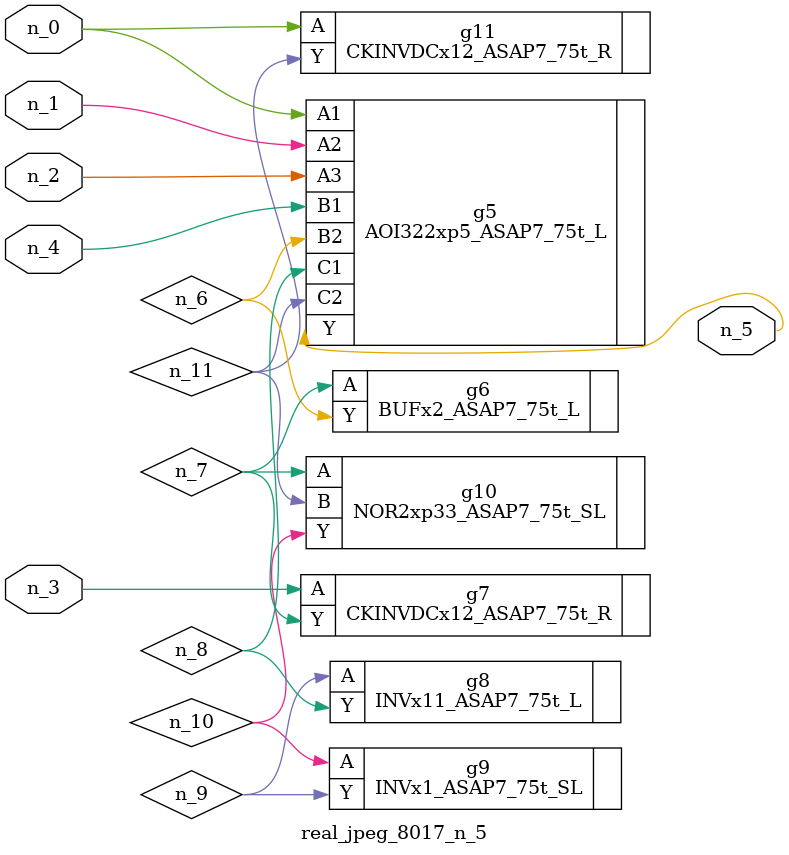
<source format=v>
module real_jpeg_8017_n_5 (n_4, n_0, n_1, n_2, n_3, n_5);

input n_4;
input n_0;
input n_1;
input n_2;
input n_3;

output n_5;

wire n_8;
wire n_11;
wire n_6;
wire n_7;
wire n_10;
wire n_9;

AOI322xp5_ASAP7_75t_L g5 ( 
.A1(n_0),
.A2(n_1),
.A3(n_2),
.B1(n_4),
.B2(n_6),
.C1(n_8),
.C2(n_11),
.Y(n_5)
);

CKINVDCx12_ASAP7_75t_R g11 ( 
.A(n_0),
.Y(n_11)
);

CKINVDCx12_ASAP7_75t_R g7 ( 
.A(n_3),
.Y(n_7)
);

BUFx2_ASAP7_75t_L g6 ( 
.A(n_7),
.Y(n_6)
);

NOR2xp33_ASAP7_75t_SL g10 ( 
.A(n_7),
.B(n_11),
.Y(n_10)
);

INVx11_ASAP7_75t_L g8 ( 
.A(n_9),
.Y(n_8)
);

INVx1_ASAP7_75t_SL g9 ( 
.A(n_10),
.Y(n_9)
);


endmodule
</source>
